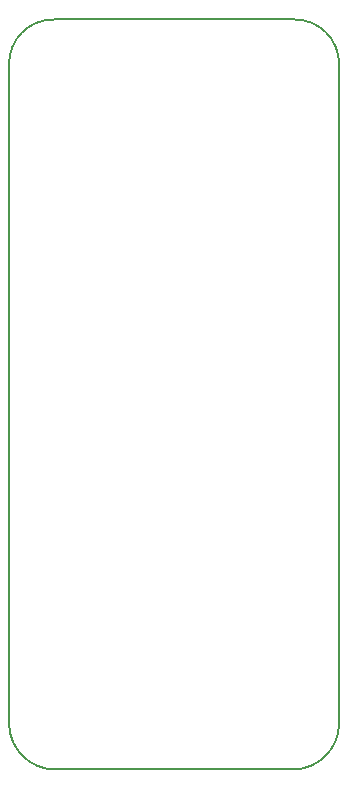
<source format=gbr>
%TF.GenerationSoftware,KiCad,Pcbnew,9.0.2*%
%TF.CreationDate,2025-05-14T22:05:17+05:30*%
%TF.ProjectId,pico2-ice,7069636f-322d-4696-9365-2e6b69636164,REV2*%
%TF.SameCoordinates,Original*%
%TF.FileFunction,Profile,NP*%
%FSLAX46Y46*%
G04 Gerber Fmt 4.6, Leading zero omitted, Abs format (unit mm)*
G04 Created by KiCad (PCBNEW 9.0.2) date 2025-05-14 22:05:17*
%MOMM*%
%LPD*%
G01*
G04 APERTURE LIST*
%TA.AperFunction,Profile*%
%ADD10C,0.127000*%
%TD*%
G04 APERTURE END LIST*
D10*
X82550000Y-134620000D02*
X62230000Y-134620000D01*
X86360000Y-74930000D02*
X86360000Y-130810000D01*
X62230000Y-71120000D02*
X82550000Y-71120000D01*
X58420000Y-130810000D02*
X58420000Y-74930000D01*
X62230000Y-134620000D02*
G75*
G02*
X58420000Y-130810000I109500J3919500D01*
G01*
X58420000Y-74930000D02*
G75*
G02*
X62230000Y-71120000I3754300J55700D01*
G01*
X82550000Y-71120000D02*
G75*
G02*
X86360000Y-74930000I55700J-3754300D01*
G01*
X86360000Y-130810000D02*
G75*
G02*
X82550000Y-134620000I-3919500J109500D01*
G01*
M02*

</source>
